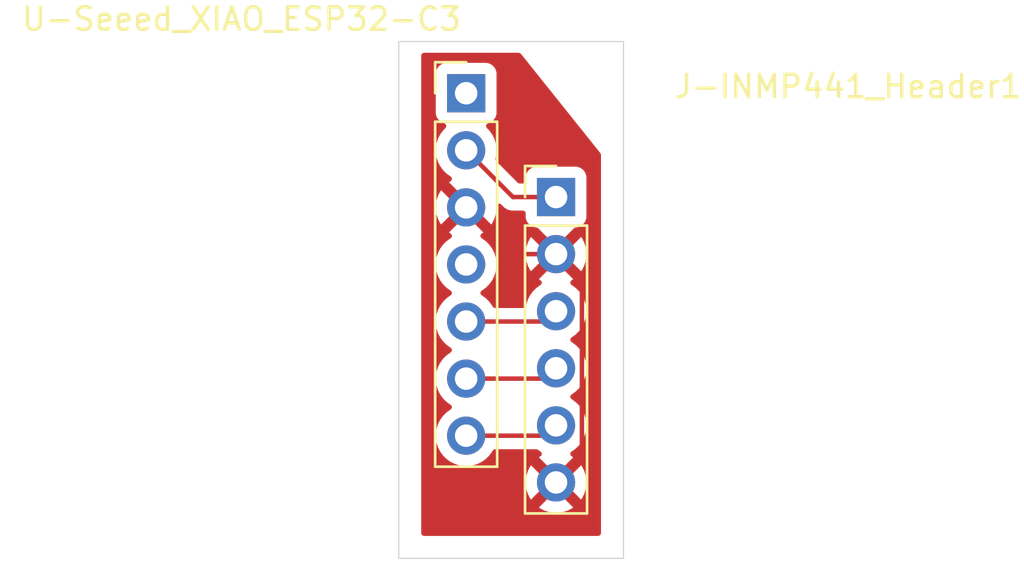
<source format=kicad_pcb>
(kicad_pcb (version 20241229) (generator "pcbnew") (generator_version "9.0")
  (layers (0 "F.Cu" signal) (2 "B.Cu" signal) (13 "F.Paste" user) (15 "B.Paste" user) (5 "F.SilkS" user "F.Silkscreen") (7 "B.SilkS" user "B.Silkscreen") (1 "F.Mask" user) (3 "B.Mask" user) (25 "Edge.Cuts" user))
  (net 0 "")
  (net 1 "Net-(J-INMP441_Header1-Pin_1)")
  (net 2 "GND")
  (net 3 "Net-(J-INMP441_Header1-Pin_5)")
  (net 4 "Net-(J-INMP441_Header1-Pin_4)")
  (net 5 "Net-(J-INMP441_Header1-Pin_3)")
  (footprint "Connector_PinHeader_2.54mm:PinHeader_1x07_P2.54mm_Vertical" (layer "F.Cu") (at 128 84.3)
    (property "Reference" "U-Seeed_XIAO_ESP32-C3" (at -10 -3.3 0) (layer "F.SilkS"))
    (property "Value" "Seeed_XIAO_ESP32-C3")
    (fp_line (start -1.38 -1.38) (end 0 -1.38) (stroke (width 0.12)) (layer "F.SilkS"))
    (fp_line (start -1.38 0) (end -1.38 -1.38) (stroke (width 0.12)) (layer "F.SilkS"))
    (fp_line (start -1.38 1.27) (end -1.38 16.62) (stroke (width 0.12)) (layer "F.SilkS"))
    (fp_line (start -1.38 1.27) (end 1.38 1.27) (stroke (width 0.12)) (layer "F.SilkS"))
    (fp_line (start -1.38 16.62) (end 1.38 16.62) (stroke (width 0.12)) (layer "F.SilkS"))
    (fp_line (start 1.38 1.27) (end 1.38 16.62) (stroke (width 0.12)) (layer "F.SilkS"))
    (pad "1" thru_hole rect (at 0 0) (size 1.7 1.7) (drill 1) (layers "*.Cu" "*.Mask"))
    (pad "2" thru_hole circle (at 0 2.54) (size 1.7 1.7) (drill 1) (layers "*.Cu" "*.Mask") (net 1 "Net-(J-INMP441_Header1-Pin_1)"))
    (pad "3" thru_hole circle (at 0 5.08) (size 1.7 1.7) (drill 1) (layers "*.Cu" "*.Mask") (net 2 "GND"))
    (pad "4" thru_hole circle (at 0 7.62) (size 1.7 1.7) (drill 1) (layers "*.Cu" "*.Mask"))
    (pad "5" thru_hole circle (at 0 10.16) (size 1.7 1.7) (drill 1) (layers "*.Cu" "*.Mask") (net 5 "Net-(J-INMP441_Header1-Pin_3)"))
    (pad "6" thru_hole circle (at 0 12.7) (size 1.7 1.7) (drill 1) (layers "*.Cu" "*.Mask") (net 4 "Net-(J-INMP441_Header1-Pin_4)"))
    (pad "7" thru_hole circle (at 0 15.24) (size 1.7 1.7) (drill 1) (layers "*.Cu" "*.Mask") (net 3 "Net-(J-INMP441_Header1-Pin_5)"))
  )
  (footprint "Connector_PinHeader_2.54mm:PinHeader_1x06_P2.54mm_Vertical" (layer "F.Cu") (at 132 88.92)
    (property "Reference" "J-INMP441_Header1" (at 13 -4.92 0) (layer "F.SilkS"))
    (property "Value" "INMP441_Header")
    (fp_line (start -1.38 -1.38) (end 0 -1.38) (stroke (width 0.12)) (layer "F.SilkS"))
    (fp_line (start -1.38 0) (end -1.38 -1.38) (stroke (width 0.12)) (layer "F.SilkS"))
    (fp_line (start -1.38 1.27) (end -1.38 14.08) (stroke (width 0.12)) (layer "F.SilkS"))
    (fp_line (start -1.38 1.27) (end 1.38 1.27) (stroke (width 0.12)) (layer "F.SilkS"))
    (fp_line (start -1.38 14.08) (end 1.38 14.08) (stroke (width 0.12)) (layer "F.SilkS"))
    (fp_line (start 1.38 1.27) (end 1.38 14.08) (stroke (width 0.12)) (layer "F.SilkS"))
    (pad "1" thru_hole rect (at 0 0) (size 1.7 1.7) (drill 1) (layers "*.Cu" "*.Mask") (net 1 "Net-(J-INMP441_Header1-Pin_1)"))
    (pad "2" thru_hole circle (at 0 2.54) (size 1.7 1.7) (drill 1) (layers "*.Cu" "*.Mask") (net 2 "GND"))
    (pad "3" thru_hole circle (at 0 5.08) (size 1.7 1.7) (drill 1) (layers "*.Cu" "*.Mask") (net 5 "Net-(J-INMP441_Header1-Pin_3)"))
    (pad "4" thru_hole circle (at 0 7.62) (size 1.7 1.7) (drill 1) (layers "*.Cu" "*.Mask") (net 4 "Net-(J-INMP441_Header1-Pin_4)"))
    (pad "5" thru_hole circle (at 0 10.16) (size 1.7 1.7) (drill 1) (layers "*.Cu" "*.Mask") (net 3 "Net-(J-INMP441_Header1-Pin_5)"))
    (pad "6" thru_hole circle (at 0 12.7) (size 1.7 1.7) (drill 1) (layers "*.Cu" "*.Mask") (net 2 "GND"))
  )
  (gr_line (start 125 105) (end 135 105) (stroke (width 0.05)) (layer "Edge.Cuts"))
  (gr_line (start 125 82) (end 125 105) (stroke (width 0.05)) (layer "Edge.Cuts"))
  (gr_line (start 135 105) (end 135 82) (stroke (width 0.05)) (layer "Edge.Cuts"))
  (gr_line (start 135 82) (end 125 82) (stroke (width 0.05)) (layer "Edge.Cuts"))
  (segment (start 130.08 88.92) (end 128 86.84) (width 0.2) (layer "F.Cu") (net 1))
  (segment (start 132 88.92) (end 130.08 88.92) (width 0.2) (layer "F.Cu") (net 1))
  (segment (start 132 101.62) (end 133.151 100.469) (width 0.2) (layer "F.Cu") (net 2))
  (segment (start 133.151 92.611) (end 132 91.46) (width 0.2) (layer "F.Cu") (net 2))
  (segment (start 128 89.38) (end 130.08 91.46) (width 0.2) (layer "F.Cu") (net 2))
  (segment (start 133.151 100.469) (end 133.151 92.611) (width 0.2) (layer "F.Cu") (net 2))
  (segment (start 130.08 91.46) (end 132 91.46) (width 0.2) (layer "F.Cu") (net 2))
  (segment (start 131.54 99.54) (end 132 99.08) (width 0.2) (layer "F.Cu") (net 3))
  (segment (start 128 99.54) (end 131.54 99.54) (width 0.2) (layer "F.Cu") (net 3))
  (segment (start 131.54 97) (end 132 96.54) (width 0.2) (layer "F.Cu") (net 4))
  (segment (start 128 97) (end 131.54 97) (width 0.2) (layer "F.Cu") (net 4))
  (segment (start 131.54 94.46) (end 132 94) (width 0.2) (layer "F.Cu") (net 5))
  (segment (start 128 94.46) (end 131.54 94.46) (width 0.2) (layer "F.Cu") (net 5))
  (zone (net 2) (net_name "GND") (layer "F.Cu") (connect_pads (clearance 0.5)) (min_thickness 0.25) (fill yes (thermal_gap 0.5) (thermal_bridge_width 0.5))
    (polygon (pts (xy 134 87) (xy 130 82) (xy 126 82) (xy 126 104) (xy 134 104)))
  )
)
</source>
